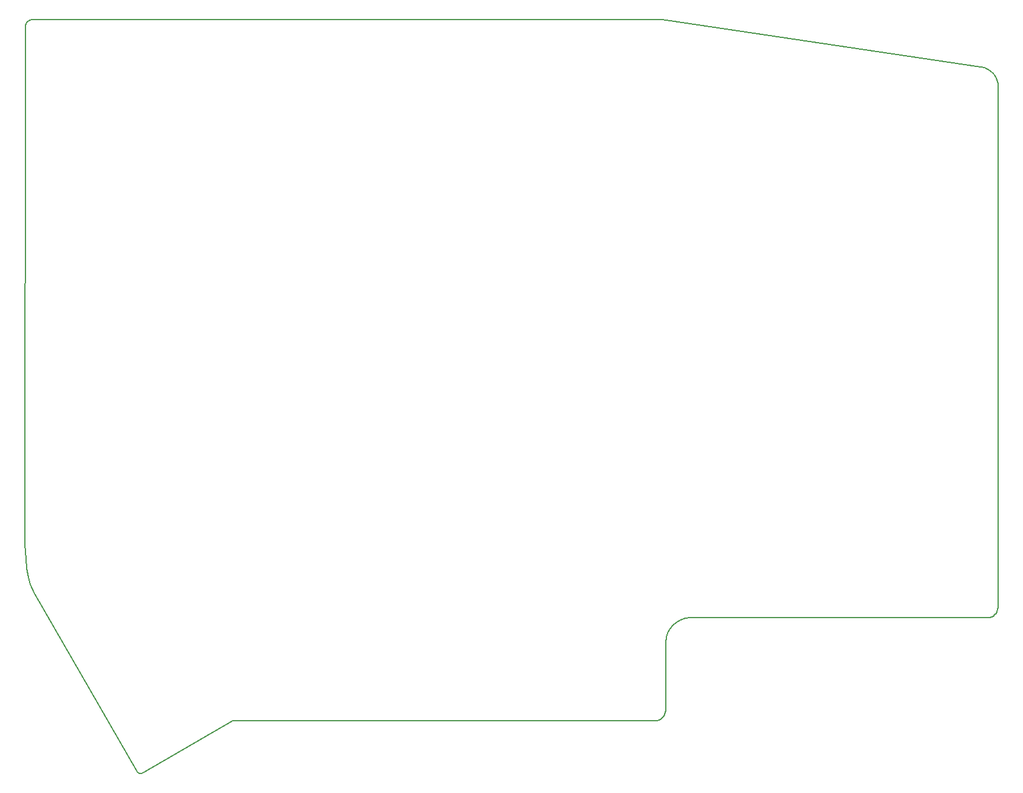
<source format=gm1>
G04 #@! TF.GenerationSoftware,KiCad,Pcbnew,(5.1.8)-1*
G04 #@! TF.CreationDate,2021-02-14T00:26:12+02:00*
G04 #@! TF.ProjectId,FR4_Bottom_Plate,4652345f-426f-4747-946f-6d5f506c6174,0.95*
G04 #@! TF.SameCoordinates,Original*
G04 #@! TF.FileFunction,Profile,NP*
%FSLAX46Y46*%
G04 Gerber Fmt 4.6, Leading zero omitted, Abs format (unit mm)*
G04 Created by KiCad (PCBNEW (5.1.8)-1) date 2021-02-14 00:26:12*
%MOMM*%
%LPD*%
G01*
G04 APERTURE LIST*
G04 #@! TA.AperFunction,Profile*
%ADD10C,0.200000*%
G04 #@! TD*
G04 APERTURE END LIST*
D10*
X80708500Y-111823500D02*
X80772000Y-112649000D01*
X80772000Y-112649000D02*
X80899000Y-114109500D01*
X97594758Y-143271756D02*
X110319820Y-135905240D01*
X218511891Y-42966390D02*
X217795520Y-42621355D01*
X219501720Y-44145200D02*
X219704920Y-44856400D01*
X219133420Y-43510200D02*
X219501720Y-44145200D01*
X175719348Y-121193595D02*
X218180920Y-121193560D01*
X175013524Y-121264638D02*
X175719348Y-121193595D01*
X174356326Y-121468421D02*
X175013524Y-121264638D01*
X173761773Y-121790925D02*
X174356326Y-121468421D01*
X173243884Y-122218131D02*
X173761773Y-121790925D01*
X172816678Y-122736020D02*
X173243884Y-122218131D01*
X172494174Y-123330573D02*
X172816678Y-122736020D01*
X172290391Y-123987771D02*
X172494174Y-123330573D01*
X172194220Y-124696220D02*
X172290391Y-123987771D01*
X217795520Y-42621355D02*
X171704000Y-35687000D01*
X171532040Y-135649242D02*
X171277232Y-135787458D01*
X171753993Y-135466153D02*
X171532040Y-135649242D01*
X171937081Y-135244201D02*
X171753993Y-135466153D01*
X172075297Y-134989392D02*
X171937081Y-135244201D01*
X172162633Y-134707736D02*
X172075297Y-134989392D01*
X172193080Y-134427634D02*
X172162633Y-134707736D01*
X219704920Y-44856400D02*
X219704920Y-119684800D01*
X81163697Y-35869721D02*
X81342063Y-35772970D01*
X81008330Y-35997883D02*
X81163697Y-35869721D01*
X80880169Y-36153249D02*
X81008330Y-35997883D01*
X80783417Y-36331615D02*
X80880169Y-36153249D01*
X80722283Y-36528775D02*
X80783417Y-36331615D01*
X80700300Y-36744400D02*
X80722283Y-36528775D01*
X81539222Y-35711835D02*
X81754400Y-35690300D01*
X81342063Y-35772970D02*
X81539222Y-35711835D01*
X171704000Y-35687000D02*
X81754400Y-35690300D01*
X80645000Y-110617000D02*
X80700300Y-36744400D01*
X81419700Y-116395500D02*
X81978500Y-117665500D01*
X81153000Y-115379500D02*
X81419700Y-116395500D01*
X80645000Y-110617000D02*
X80708500Y-111823500D01*
X97426864Y-143357278D02*
X97594758Y-143271756D01*
X97268206Y-143404468D02*
X97426864Y-143357278D01*
X97119252Y-143413974D02*
X97268206Y-143404468D01*
X96980470Y-143386445D02*
X97119252Y-143413974D01*
X96852328Y-143322532D02*
X96980470Y-143386445D01*
X96735295Y-143222884D02*
X96852328Y-143322532D01*
X96629837Y-143088150D02*
X96735295Y-143222884D01*
X81978500Y-117665500D02*
X96629837Y-143088150D01*
X80899000Y-114109500D02*
X81153000Y-115379500D01*
X110319820Y-135905240D02*
X170693080Y-135905240D01*
X172194220Y-124696220D02*
X172193080Y-134427634D01*
X170995576Y-135874793D02*
X170693080Y-135905240D01*
X171277232Y-135787458D02*
X170995576Y-135874793D01*
X219133420Y-43510200D02*
X218511891Y-42966390D01*
X218500315Y-121165688D02*
X218180920Y-121193560D01*
X218781972Y-121078352D02*
X218500315Y-121165688D01*
X219036780Y-120940136D02*
X218781972Y-121078352D01*
X219258732Y-120757048D02*
X219036780Y-120940136D01*
X219441821Y-120535096D02*
X219258732Y-120757048D01*
X219580037Y-120280287D02*
X219441821Y-120535096D01*
X219667372Y-119998631D02*
X219580037Y-120280287D01*
X219704920Y-119684800D02*
X219667372Y-119998631D01*
M02*

</source>
